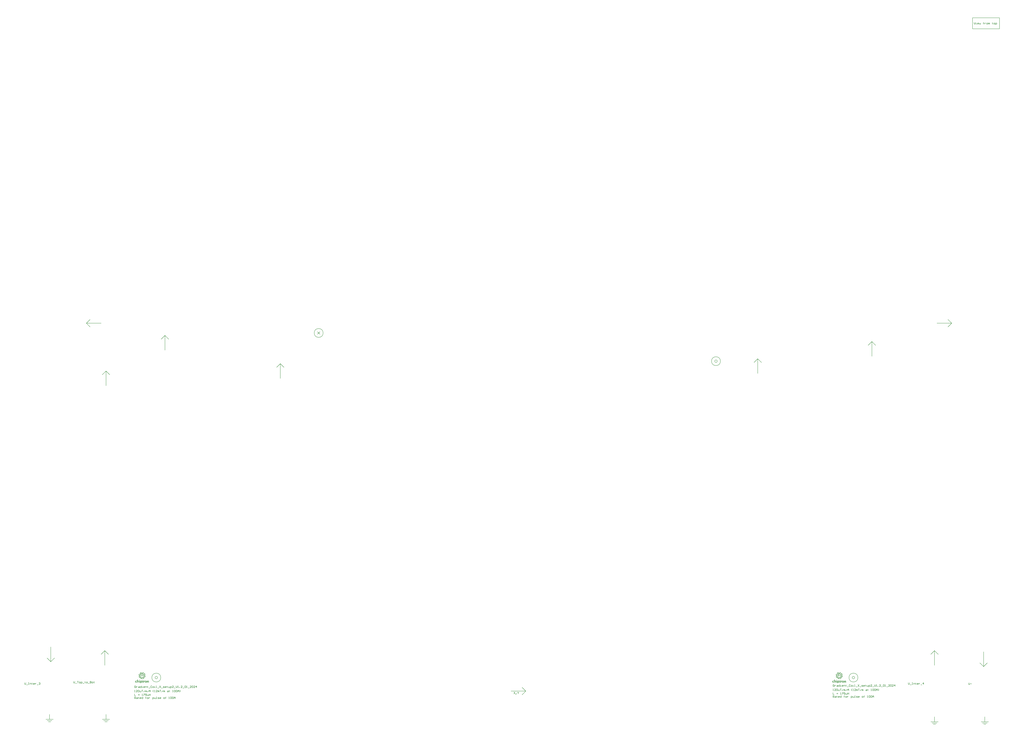
<source format=gbr>
%TF.GenerationSoftware,Altium Limited,Altium Designer,23.9.2 (47)*%
G04 Layer_Color=65535*
%FSLAX45Y45*%
%MOMM*%
%TF.SameCoordinates,45DC480F-FB56-4E7A-9A2C-25C5303F6BDF*%
%TF.FilePolarity,Positive*%
%TF.FileFunction,Legend,Top*%
%TF.Part,Single*%
G01*
G75*
%TA.AperFunction,NonConductor*%
%ADD15C,0.25400*%
G36*
X11748027Y4422040D02*
X11753948D01*
Y4416118D01*
X11765790D01*
Y4410197D01*
X11771711D01*
Y4404276D01*
X11777632D01*
Y4392434D01*
X11783553D01*
Y4380592D01*
X11724342D01*
Y4386513D01*
X11718421D01*
Y4392434D01*
X11712500D01*
Y4398355D01*
X11706579D01*
Y4404276D01*
X11700658D01*
Y4410197D01*
X11694737D01*
Y4427961D01*
X11748027D01*
Y4422040D01*
D02*
G37*
G36*
X11836842Y4333224D02*
X11842763D01*
Y4327303D01*
X11848684D01*
Y4321382D01*
X11860527D01*
Y4309540D01*
X11866448D01*
Y4303619D01*
X11878290D01*
Y4297698D01*
X11884211D01*
Y4291776D01*
X11890132D01*
Y4285855D01*
X11896053D01*
Y4274013D01*
X11901974D01*
Y4220724D01*
X11890132D01*
Y4226645D01*
X11884211D01*
Y4232566D01*
X11878290D01*
Y4238487D01*
X11872369D01*
Y4244408D01*
X11866448D01*
Y4250329D01*
X11860527D01*
Y4256250D01*
X11854605D01*
Y4262171D01*
X11848684D01*
Y4268092D01*
X11842763D01*
Y4274013D01*
X11836842D01*
Y4279934D01*
X11830921D01*
Y4285855D01*
X11825000D01*
Y4291776D01*
X11783553D01*
Y4297698D01*
X11771711D01*
Y4339145D01*
X11836842D01*
Y4333224D01*
D02*
G37*
G36*
X11582237Y4422040D02*
X11588158D01*
Y4416118D01*
X11582237D01*
Y4410197D01*
X11576316D01*
Y4404276D01*
X11570395D01*
Y4398355D01*
X11564474D01*
Y4392434D01*
X11558553D01*
Y4386513D01*
X11552632D01*
Y4380592D01*
X11546711D01*
Y4374671D01*
X11540790D01*
Y4368750D01*
X11534869D01*
Y4362829D01*
X11528948D01*
Y4356908D01*
X11523026D01*
Y4350987D01*
X11517105D01*
Y4345066D01*
X11511184D01*
Y4303619D01*
Y4297698D01*
Y4179276D01*
X11499342D01*
Y4185197D01*
X11493421D01*
Y4191118D01*
X11487500D01*
Y4197040D01*
X11481579D01*
Y4202961D01*
X11475658D01*
Y4208882D01*
X11469737D01*
Y4362829D01*
X11475658D01*
Y4368750D01*
X11481579D01*
Y4374671D01*
X11487500D01*
Y4380592D01*
X11493421D01*
Y4386513D01*
X11499342D01*
Y4392434D01*
X11505264D01*
Y4398355D01*
X11511184D01*
Y4410197D01*
X11523026D01*
Y4416118D01*
X11528948D01*
Y4422040D01*
X11534869D01*
Y4427961D01*
X11582237D01*
Y4422040D01*
D02*
G37*
G36*
X11647369Y4398355D02*
X11653290D01*
Y4392434D01*
X11659211D01*
Y4386513D01*
X11665132D01*
Y4380592D01*
X11671053D01*
Y4374671D01*
X11676974D01*
Y4368750D01*
X11682895D01*
Y4362829D01*
X11688816D01*
Y4356908D01*
X11694737D01*
Y4350987D01*
X11700658D01*
Y4345066D01*
X11706579D01*
Y4339145D01*
X11712500D01*
Y4333224D01*
X11718421D01*
Y4327303D01*
X11724342D01*
Y4321382D01*
X11730263D01*
Y4309540D01*
Y4303619D01*
Y4125987D01*
X11724342D01*
Y4120066D01*
X11718421D01*
Y4114145D01*
X11712500D01*
Y4108224D01*
X11706579D01*
Y4102303D01*
X11700658D01*
Y4096382D01*
X11688816D01*
Y4102303D01*
X11682895D01*
Y4303619D01*
X11676974D01*
Y4309540D01*
X11671053D01*
Y4315461D01*
X11665132D01*
Y4321382D01*
X11659211D01*
Y4327303D01*
X11653290D01*
Y4333224D01*
X11647369D01*
Y4339145D01*
X11629606D01*
Y4333224D01*
X11623684D01*
Y4327303D01*
X11617763D01*
Y4321382D01*
X11611842D01*
Y4315461D01*
X11605921D01*
Y4309540D01*
X11600000D01*
Y4090460D01*
X11588158D01*
Y4096382D01*
X11582237D01*
Y4102303D01*
X11576316D01*
Y4108224D01*
X11570395D01*
Y4114145D01*
X11564474D01*
Y4120066D01*
X11558553D01*
Y4125987D01*
X11552632D01*
Y4321382D01*
X11558553D01*
Y4333224D01*
X11564474D01*
Y4339145D01*
X11570395D01*
Y4345066D01*
X11576316D01*
Y4350987D01*
X11582237D01*
Y4356908D01*
X11594079D01*
Y4368750D01*
X11600000D01*
Y4374671D01*
X11611842D01*
Y4380592D01*
X11617763D01*
Y4392434D01*
X11623684D01*
Y4398355D01*
X11629606D01*
Y4404276D01*
X11647369D01*
Y4398355D01*
D02*
G37*
G36*
X11422369Y4197040D02*
X11428290D01*
Y4191118D01*
X11434211D01*
Y4185197D01*
X11440132D01*
Y4179276D01*
X11446053D01*
Y4173355D01*
X11451974D01*
Y4167434D01*
X11457895D01*
Y4161513D01*
X11463816D01*
Y4155592D01*
X11469737D01*
Y4149671D01*
X11475658D01*
Y4143750D01*
X11481579D01*
Y4137829D01*
X11487500D01*
Y4131908D01*
X11493421D01*
Y4125987D01*
X11499342D01*
Y4120066D01*
X11505264D01*
Y4114145D01*
X11511184D01*
Y4108224D01*
X11517105D01*
Y4102303D01*
X11523026D01*
Y4096382D01*
X11528948D01*
Y4090460D01*
X11534869D01*
Y4078618D01*
X11475658D01*
Y4084539D01*
X11469737D01*
Y4090460D01*
X11463816D01*
Y4096382D01*
X11457895D01*
Y4102303D01*
X11451974D01*
Y4108224D01*
X11446053D01*
Y4114145D01*
X11440132D01*
Y4120066D01*
X11434211D01*
Y4125987D01*
X11428290D01*
Y4131908D01*
X11422369D01*
Y4137829D01*
X11416448D01*
Y4143750D01*
X11410527D01*
Y4149671D01*
X11404606D01*
Y4155592D01*
X11398684D01*
Y4161513D01*
X11392763D01*
Y4167434D01*
X11386842D01*
Y4179276D01*
X11380921D01*
Y4274013D01*
X11386842D01*
Y4279934D01*
X11392763D01*
Y4285855D01*
X11398684D01*
Y4291776D01*
X11404606D01*
Y4297698D01*
X11410527D01*
Y4303619D01*
X11416448D01*
Y4309540D01*
X11422369D01*
Y4197040D01*
D02*
G37*
G36*
X11807237Y4244408D02*
X11813158D01*
Y4238487D01*
X11819079D01*
Y4232566D01*
X11825000D01*
Y4226645D01*
X11830921D01*
Y4220724D01*
X11836842D01*
Y4214803D01*
X11842763D01*
Y4208882D01*
X11848684D01*
Y4202961D01*
X11854605D01*
Y4197040D01*
X11860527D01*
Y4191118D01*
X11866448D01*
Y4185197D01*
X11872369D01*
Y4179276D01*
X11878290D01*
Y4173355D01*
X11884211D01*
Y4167434D01*
X11890132D01*
Y4161513D01*
X11896053D01*
Y4149671D01*
X11901974D01*
Y4054934D01*
X11896053D01*
Y4043092D01*
X11890132D01*
Y4037171D01*
X11884211D01*
Y4031250D01*
X11878290D01*
Y4025329D01*
X11872369D01*
Y4019408D01*
X11860527D01*
Y4131908D01*
X11854605D01*
Y4137829D01*
X11848684D01*
Y4143750D01*
X11842763D01*
Y4149671D01*
X11836842D01*
Y4155592D01*
X11830921D01*
Y4161513D01*
X11825000D01*
Y4167434D01*
X11819079D01*
Y4173355D01*
X11813158D01*
Y4179276D01*
X11807237D01*
Y4185197D01*
X11801316D01*
Y4191118D01*
X11795395D01*
Y4197040D01*
X11789474D01*
Y4202961D01*
X11783553D01*
Y4208882D01*
X11777632D01*
Y4214803D01*
X11771711D01*
Y4250329D01*
X11807237D01*
Y4244408D01*
D02*
G37*
G36*
X11386842Y4108224D02*
X11392763D01*
Y4102303D01*
X11398684D01*
Y4096382D01*
X11404606D01*
Y4090460D01*
X11410527D01*
Y4084539D01*
X11416448D01*
Y4078618D01*
X11422369D01*
Y4072697D01*
X11428290D01*
Y4066776D01*
X11434211D01*
Y4060855D01*
X11440132D01*
Y4054934D01*
X11446053D01*
Y4049013D01*
X11451974D01*
Y4043092D01*
X11457895D01*
Y4037171D01*
X11469737D01*
Y4031250D01*
X11475658D01*
Y4037171D01*
X11493421D01*
Y4031250D01*
X11511184D01*
Y4037171D01*
X11523026D01*
Y4031250D01*
X11534869D01*
Y4037171D01*
X11546711D01*
Y4031250D01*
X11558553D01*
Y4037171D01*
X11564474D01*
Y4031250D01*
X11576316D01*
Y4037171D01*
X11594079D01*
Y4031250D01*
X11611842D01*
Y4037171D01*
X11617763D01*
Y4031250D01*
X11623684D01*
Y4019408D01*
X11617763D01*
Y4013487D01*
X11611842D01*
Y4007566D01*
X11605921D01*
Y4001645D01*
X11600000D01*
Y3995724D01*
X11594079D01*
Y3989803D01*
X11446053D01*
Y3995724D01*
X11440132D01*
Y4001645D01*
X11434211D01*
Y4007566D01*
X11422369D01*
Y4019408D01*
X11416448D01*
Y4025329D01*
X11404606D01*
Y4037171D01*
X11398684D01*
Y4043092D01*
X11386842D01*
Y4054934D01*
X11380921D01*
Y4114145D01*
X11386842D01*
Y4108224D01*
D02*
G37*
G36*
X11783553Y4143750D02*
X11789474D01*
Y4137829D01*
X11795395D01*
Y4131908D01*
X11801316D01*
Y4125987D01*
X11807237D01*
Y4120066D01*
X11813158D01*
Y4108224D01*
X11819079D01*
Y3977961D01*
X11813158D01*
Y3966119D01*
X11807237D01*
Y3954276D01*
X11801316D01*
Y3948355D01*
X11789474D01*
Y3936513D01*
X11777632D01*
Y3930592D01*
X11771711D01*
Y3918750D01*
X11765790D01*
Y3912829D01*
X11759869D01*
Y3906908D01*
X11748027D01*
Y3900987D01*
X11694737D01*
Y3912829D01*
X11700658D01*
Y3918750D01*
X11706579D01*
Y3924671D01*
X11712500D01*
Y3930592D01*
X11718421D01*
Y3936513D01*
X11724342D01*
Y3942434D01*
X11730263D01*
Y3948355D01*
X11736185D01*
Y3954276D01*
X11742106D01*
Y3960197D01*
X11748027D01*
Y3966119D01*
X11753948D01*
Y3972040D01*
X11759869D01*
Y3977961D01*
X11765790D01*
Y3983882D01*
X11771711D01*
Y4149671D01*
X11783553D01*
Y4143750D01*
D02*
G37*
G36*
X11730263Y4001645D02*
X11724342D01*
Y3995724D01*
X11718421D01*
Y3989803D01*
X11712500D01*
Y3983882D01*
X11706579D01*
Y3977961D01*
X11700658D01*
Y3972040D01*
X11694737D01*
Y3966119D01*
X11688816D01*
Y3960197D01*
X11682895D01*
Y3954276D01*
X11676974D01*
Y3948355D01*
X11671053D01*
Y3942434D01*
X11665132D01*
Y3936513D01*
X11659211D01*
Y3930592D01*
X11653290D01*
Y3924671D01*
X11647369D01*
Y3918750D01*
X11641448D01*
Y3912829D01*
X11635527D01*
Y3906908D01*
X11623684D01*
Y3900987D01*
X11534869D01*
Y3906908D01*
X11528948D01*
Y3912829D01*
X11523026D01*
Y3918750D01*
X11511184D01*
Y3930592D01*
X11505264D01*
Y3936513D01*
X11499342D01*
Y3948355D01*
X11611842D01*
Y3954276D01*
X11617763D01*
Y3960197D01*
X11623684D01*
Y3966119D01*
X11629606D01*
Y3972040D01*
X11635527D01*
Y3977961D01*
X11641448D01*
Y3983882D01*
X11647369D01*
Y3989803D01*
X11653290D01*
Y3995724D01*
X11659211D01*
Y4001645D01*
X11665132D01*
Y4007566D01*
X11671053D01*
Y4013487D01*
X11676974D01*
Y4019408D01*
X11682895D01*
Y4025329D01*
X11688816D01*
Y4031250D01*
X11694737D01*
Y4037171D01*
X11700658D01*
Y4043092D01*
X11706579D01*
Y4049013D01*
X11712500D01*
Y4054934D01*
X11718421D01*
Y4060855D01*
X11730263D01*
Y4001645D01*
D02*
G37*
G36*
X11706579Y3812171D02*
X11718421D01*
Y3806250D01*
X11724342D01*
Y3776645D01*
X11718421D01*
Y3770724D01*
X11688816D01*
Y3776645D01*
X11682895D01*
Y3788487D01*
X11676974D01*
Y3800329D01*
X11682895D01*
Y3812171D01*
X11700658D01*
Y3818092D01*
X11706579D01*
Y3812171D01*
D02*
G37*
G36*
X11440132D02*
X11457895D01*
Y3800329D01*
X11463816D01*
Y3788487D01*
X11457895D01*
Y3776645D01*
X11451974D01*
Y3770724D01*
X11422369D01*
Y3776645D01*
X11416448D01*
Y3788487D01*
X11410527D01*
Y3794408D01*
X11416448D01*
Y3806250D01*
X11422369D01*
Y3812171D01*
X11434211D01*
Y3818092D01*
X11440132D01*
Y3812171D01*
D02*
G37*
G36*
X12156579Y3735197D02*
X12168421D01*
Y3729276D01*
X12174342D01*
Y3723355D01*
X12180263D01*
Y3711513D01*
X12186184D01*
Y3699671D01*
X12192106D01*
Y3593092D01*
X12180263D01*
Y3587171D01*
X12156579D01*
Y3593092D01*
X12150658D01*
Y3599013D01*
X12144737D01*
Y3628618D01*
Y3634540D01*
Y3699671D01*
X12138816D01*
Y3705592D01*
X12109211D01*
Y3699671D01*
X12103290D01*
Y3693750D01*
X12097369D01*
Y3599013D01*
X12091448D01*
Y3593092D01*
X12085527D01*
Y3587171D01*
X12061843D01*
Y3593092D01*
X12055921D01*
Y3599013D01*
X12050000D01*
Y3729276D01*
X12055921D01*
Y3735197D01*
X12091448D01*
Y3729276D01*
X12109211D01*
Y3735197D01*
X12121053D01*
Y3741119D01*
X12156579D01*
Y3735197D01*
D02*
G37*
G36*
X11848684D02*
X11854605D01*
Y3729276D01*
X11860527D01*
Y3717434D01*
X11854605D01*
Y3705592D01*
X11848684D01*
Y3699671D01*
X11842763D01*
Y3693750D01*
X11830921D01*
Y3699671D01*
X11819079D01*
Y3693750D01*
X11807237D01*
Y3681908D01*
X11801316D01*
Y3593092D01*
X11795395D01*
Y3587171D01*
X11771711D01*
Y3593092D01*
X11759869D01*
Y3735197D01*
X11801316D01*
Y3729276D01*
X11813158D01*
Y3735197D01*
X11825000D01*
Y3741119D01*
X11848684D01*
Y3735197D01*
D02*
G37*
G36*
X11605921D02*
X11617763D01*
Y3729276D01*
X11629606D01*
Y3723355D01*
X11635527D01*
Y3717434D01*
X11641448D01*
Y3705592D01*
X11647369D01*
Y3693750D01*
X11653290D01*
Y3634540D01*
X11647369D01*
Y3616776D01*
X11641448D01*
Y3610855D01*
X11635527D01*
Y3604934D01*
X11629606D01*
Y3599013D01*
X11617763D01*
Y3593092D01*
X11611842D01*
Y3587171D01*
X11558553D01*
Y3593092D01*
X11552632D01*
Y3599013D01*
X11546711D01*
Y3604934D01*
X11540790D01*
Y3593092D01*
X11534869D01*
Y3545724D01*
X11493421D01*
Y3729276D01*
X11499342D01*
Y3735197D01*
X11534869D01*
Y3729276D01*
X11540790D01*
Y3723355D01*
X11546711D01*
Y3729276D01*
X11552632D01*
Y3735197D01*
X11564474D01*
Y3741119D01*
X11605921D01*
Y3735197D01*
D02*
G37*
G36*
X11185527D02*
X11197369D01*
Y3729276D01*
X11209211D01*
Y3717434D01*
X11215132D01*
Y3693750D01*
X11191448D01*
Y3699671D01*
X11179606D01*
Y3705592D01*
X11155921D01*
Y3699671D01*
X11144079D01*
Y3693750D01*
X11138158D01*
Y3687829D01*
X11132237D01*
Y3675987D01*
X11126316D01*
Y3646382D01*
X11132237D01*
Y3634540D01*
X11138158D01*
Y3628618D01*
X11150000D01*
Y3622697D01*
X11191448D01*
Y3628618D01*
X11197369D01*
Y3634540D01*
X11209211D01*
Y3628618D01*
X11215132D01*
Y3604934D01*
X11209211D01*
Y3599013D01*
X11203290D01*
Y3593092D01*
X11191448D01*
Y3587171D01*
X11138158D01*
Y3593092D01*
X11126316D01*
Y3599013D01*
X11114474D01*
Y3604934D01*
X11108553D01*
Y3610855D01*
X11102632D01*
Y3616776D01*
X11096711D01*
Y3622697D01*
X11090790D01*
Y3634540D01*
X11084869D01*
Y3693750D01*
X11090790D01*
Y3705592D01*
X11096711D01*
Y3711513D01*
X11102632D01*
Y3717434D01*
X11108553D01*
Y3723355D01*
X11114474D01*
Y3729276D01*
X11126316D01*
Y3735197D01*
X11144079D01*
Y3741119D01*
X11185527D01*
Y3735197D01*
D02*
G37*
G36*
X11967106D02*
X11984869D01*
Y3729276D01*
X11990790D01*
Y3723355D01*
X12002632D01*
Y3717434D01*
X12008553D01*
Y3711513D01*
X12014474D01*
Y3699671D01*
X12020395D01*
Y3687829D01*
X12026316D01*
Y3640461D01*
X12020395D01*
Y3622697D01*
X12014474D01*
Y3616776D01*
X12008553D01*
Y3610855D01*
X12002632D01*
Y3604934D01*
X11996711D01*
Y3599013D01*
X11984869D01*
Y3593092D01*
X11973027D01*
Y3587171D01*
X11919737D01*
Y3593092D01*
X11907895D01*
Y3599013D01*
X11896053D01*
Y3604934D01*
X11890132D01*
Y3610855D01*
X11884211D01*
Y3616776D01*
X11878290D01*
Y3622697D01*
X11872369D01*
Y3634540D01*
X11866448D01*
Y3687829D01*
X11872369D01*
Y3699671D01*
X11878290D01*
Y3711513D01*
X11884211D01*
Y3717434D01*
X11890132D01*
Y3723355D01*
X11896053D01*
Y3729276D01*
X11907895D01*
Y3735197D01*
X11925658D01*
Y3741119D01*
X11967106D01*
Y3735197D01*
D02*
G37*
G36*
X11718421Y3729276D02*
X11724342D01*
Y3628618D01*
Y3622697D01*
Y3593092D01*
X11712500D01*
Y3587171D01*
X11694737D01*
Y3593092D01*
X11682895D01*
Y3735197D01*
X11718421D01*
Y3729276D01*
D02*
G37*
G36*
X11457895Y3593092D02*
X11451974D01*
Y3587171D01*
X11428290D01*
Y3593092D01*
X11416448D01*
Y3729276D01*
X11422369D01*
Y3735197D01*
X11457895D01*
Y3593092D01*
D02*
G37*
G36*
X11286184Y3729276D02*
X11298026D01*
Y3735197D01*
X11309869D01*
Y3741119D01*
X11351316D01*
Y3735197D01*
X11363158D01*
Y3729276D01*
X11369079D01*
Y3723355D01*
X11375000D01*
Y3711513D01*
X11380921D01*
Y3593092D01*
X11375000D01*
Y3587171D01*
X11345395D01*
Y3593092D01*
X11339474D01*
Y3693750D01*
X11333553D01*
Y3705592D01*
X11298026D01*
Y3699671D01*
X11292105D01*
Y3687829D01*
X11286184D01*
Y3593092D01*
X11280263D01*
Y3587171D01*
X11250658D01*
Y3593092D01*
X11244737D01*
Y3835855D01*
X11286184D01*
Y3729276D01*
D02*
G37*
G36*
X68548029Y4422040D02*
X68553949D01*
Y4416118D01*
X68565790D01*
Y4410197D01*
X68571710D01*
Y4404276D01*
X68577631D01*
Y4392434D01*
X68583551D01*
Y4380592D01*
X68524341D01*
Y4386513D01*
X68518420D01*
Y4392434D01*
X68512500D01*
Y4398355D01*
X68506580D01*
Y4404276D01*
X68500659D01*
Y4410197D01*
X68494739D01*
Y4427961D01*
X68548029D01*
Y4422040D01*
D02*
G37*
G36*
X68636841Y4333224D02*
X68642761D01*
Y4327303D01*
X68648688D01*
Y4321382D01*
X68660529D01*
Y4309540D01*
X68666449D01*
Y4303619D01*
X68678290D01*
Y4297698D01*
X68684210D01*
Y4291776D01*
X68690131D01*
Y4285855D01*
X68696051D01*
Y4274013D01*
X68701971D01*
Y4220724D01*
X68690131D01*
Y4226645D01*
X68684210D01*
Y4232566D01*
X68678290D01*
Y4238487D01*
X68672369D01*
Y4244408D01*
X68666449D01*
Y4250329D01*
X68660529D01*
Y4256250D01*
X68654608D01*
Y4262171D01*
X68648688D01*
Y4268092D01*
X68642761D01*
Y4274013D01*
X68636841D01*
Y4279934D01*
X68630920D01*
Y4285855D01*
X68625000D01*
Y4291776D01*
X68583551D01*
Y4297698D01*
X68571710D01*
Y4339145D01*
X68636841D01*
Y4333224D01*
D02*
G37*
G36*
X68382239Y4422040D02*
X68388159D01*
Y4416118D01*
X68382239D01*
Y4410197D01*
X68376318D01*
Y4404276D01*
X68370398D01*
Y4398355D01*
X68364471D01*
Y4392434D01*
X68358551D01*
Y4386513D01*
X68352631D01*
Y4380592D01*
X68346710D01*
Y4374671D01*
X68340790D01*
Y4368750D01*
X68334869D01*
Y4362829D01*
X68328949D01*
Y4356908D01*
X68323029D01*
Y4350987D01*
X68317108D01*
Y4345066D01*
X68311188D01*
Y4303619D01*
Y4297698D01*
Y4179276D01*
X68299341D01*
Y4185197D01*
X68293420D01*
Y4191118D01*
X68287500D01*
Y4197040D01*
X68281580D01*
Y4202961D01*
X68275659D01*
Y4208882D01*
X68269739D01*
Y4362829D01*
X68275659D01*
Y4368750D01*
X68281580D01*
Y4374671D01*
X68287500D01*
Y4380592D01*
X68293420D01*
Y4386513D01*
X68299341D01*
Y4392434D01*
X68305261D01*
Y4398355D01*
X68311188D01*
Y4410197D01*
X68323029D01*
Y4416118D01*
X68328949D01*
Y4422040D01*
X68334869D01*
Y4427961D01*
X68382239D01*
Y4422040D01*
D02*
G37*
G36*
X68447369Y4398355D02*
X68453290D01*
Y4392434D01*
X68459210D01*
Y4386513D01*
X68465131D01*
Y4380592D01*
X68471051D01*
Y4374671D01*
X68476971D01*
Y4368750D01*
X68482898D01*
Y4362829D01*
X68488818D01*
Y4356908D01*
X68494739D01*
Y4350987D01*
X68500659D01*
Y4345066D01*
X68506580D01*
Y4339145D01*
X68512500D01*
Y4333224D01*
X68518420D01*
Y4327303D01*
X68524341D01*
Y4321382D01*
X68530261D01*
Y4309540D01*
Y4303619D01*
Y4125987D01*
X68524341D01*
Y4120066D01*
X68518420D01*
Y4114145D01*
X68512500D01*
Y4108224D01*
X68506580D01*
Y4102303D01*
X68500659D01*
Y4096382D01*
X68488818D01*
Y4102303D01*
X68482898D01*
Y4303619D01*
X68476971D01*
Y4309540D01*
X68471051D01*
Y4315461D01*
X68465131D01*
Y4321382D01*
X68459210D01*
Y4327303D01*
X68453290D01*
Y4333224D01*
X68447369D01*
Y4339145D01*
X68429608D01*
Y4333224D01*
X68423688D01*
Y4327303D01*
X68417761D01*
Y4321382D01*
X68411841D01*
Y4315461D01*
X68405920D01*
Y4309540D01*
X68400000D01*
Y4090460D01*
X68388159D01*
Y4096382D01*
X68382239D01*
Y4102303D01*
X68376318D01*
Y4108224D01*
X68370398D01*
Y4114145D01*
X68364471D01*
Y4120066D01*
X68358551D01*
Y4125987D01*
X68352631D01*
Y4321382D01*
X68358551D01*
Y4333224D01*
X68364471D01*
Y4339145D01*
X68370398D01*
Y4345066D01*
X68376318D01*
Y4350987D01*
X68382239D01*
Y4356908D01*
X68394080D01*
Y4368750D01*
X68400000D01*
Y4374671D01*
X68411841D01*
Y4380592D01*
X68417761D01*
Y4392434D01*
X68423688D01*
Y4398355D01*
X68429608D01*
Y4404276D01*
X68447369D01*
Y4398355D01*
D02*
G37*
G36*
X68222369Y4197040D02*
X68228290D01*
Y4191118D01*
X68234210D01*
Y4185197D01*
X68240131D01*
Y4179276D01*
X68246051D01*
Y4173355D01*
X68251971D01*
Y4167434D01*
X68257898D01*
Y4161513D01*
X68263818D01*
Y4155592D01*
X68269739D01*
Y4149671D01*
X68275659D01*
Y4143750D01*
X68281580D01*
Y4137829D01*
X68287500D01*
Y4131908D01*
X68293420D01*
Y4125987D01*
X68299341D01*
Y4120066D01*
X68305261D01*
Y4114145D01*
X68311188D01*
Y4108224D01*
X68317108D01*
Y4102303D01*
X68323029D01*
Y4096382D01*
X68328949D01*
Y4090460D01*
X68334869D01*
Y4078618D01*
X68275659D01*
Y4084539D01*
X68269739D01*
Y4090460D01*
X68263818D01*
Y4096382D01*
X68257898D01*
Y4102303D01*
X68251971D01*
Y4108224D01*
X68246051D01*
Y4114145D01*
X68240131D01*
Y4120066D01*
X68234210D01*
Y4125987D01*
X68228290D01*
Y4131908D01*
X68222369D01*
Y4137829D01*
X68216449D01*
Y4143750D01*
X68210529D01*
Y4149671D01*
X68204608D01*
Y4155592D01*
X68198688D01*
Y4161513D01*
X68192761D01*
Y4167434D01*
X68186841D01*
Y4179276D01*
X68180920D01*
Y4274013D01*
X68186841D01*
Y4279934D01*
X68192761D01*
Y4285855D01*
X68198688D01*
Y4291776D01*
X68204608D01*
Y4297698D01*
X68210529D01*
Y4303619D01*
X68216449D01*
Y4309540D01*
X68222369D01*
Y4197040D01*
D02*
G37*
G36*
X68607239Y4244408D02*
X68613159D01*
Y4238487D01*
X68619080D01*
Y4232566D01*
X68625000D01*
Y4226645D01*
X68630920D01*
Y4220724D01*
X68636841D01*
Y4214803D01*
X68642761D01*
Y4208882D01*
X68648688D01*
Y4202961D01*
X68654608D01*
Y4197040D01*
X68660529D01*
Y4191118D01*
X68666449D01*
Y4185197D01*
X68672369D01*
Y4179276D01*
X68678290D01*
Y4173355D01*
X68684210D01*
Y4167434D01*
X68690131D01*
Y4161513D01*
X68696051D01*
Y4149671D01*
X68701971D01*
Y4054934D01*
X68696051D01*
Y4043092D01*
X68690131D01*
Y4037171D01*
X68684210D01*
Y4031250D01*
X68678290D01*
Y4025329D01*
X68672369D01*
Y4019408D01*
X68660529D01*
Y4131908D01*
X68654608D01*
Y4137829D01*
X68648688D01*
Y4143750D01*
X68642761D01*
Y4149671D01*
X68636841D01*
Y4155592D01*
X68630920D01*
Y4161513D01*
X68625000D01*
Y4167434D01*
X68619080D01*
Y4173355D01*
X68613159D01*
Y4179276D01*
X68607239D01*
Y4185197D01*
X68601318D01*
Y4191118D01*
X68595398D01*
Y4197040D01*
X68589471D01*
Y4202961D01*
X68583551D01*
Y4208882D01*
X68577631D01*
Y4214803D01*
X68571710D01*
Y4250329D01*
X68607239D01*
Y4244408D01*
D02*
G37*
G36*
X68186841Y4108224D02*
X68192761D01*
Y4102303D01*
X68198688D01*
Y4096382D01*
X68204608D01*
Y4090460D01*
X68210529D01*
Y4084539D01*
X68216449D01*
Y4078618D01*
X68222369D01*
Y4072697D01*
X68228290D01*
Y4066776D01*
X68234210D01*
Y4060855D01*
X68240131D01*
Y4054934D01*
X68246051D01*
Y4049013D01*
X68251971D01*
Y4043092D01*
X68257898D01*
Y4037171D01*
X68269739D01*
Y4031250D01*
X68275659D01*
Y4037171D01*
X68293420D01*
Y4031250D01*
X68311188D01*
Y4037171D01*
X68323029D01*
Y4031250D01*
X68334869D01*
Y4037171D01*
X68346710D01*
Y4031250D01*
X68358551D01*
Y4037171D01*
X68364471D01*
Y4031250D01*
X68376318D01*
Y4037171D01*
X68394080D01*
Y4031250D01*
X68411841D01*
Y4037171D01*
X68417761D01*
Y4031250D01*
X68423688D01*
Y4019408D01*
X68417761D01*
Y4013487D01*
X68411841D01*
Y4007566D01*
X68405920D01*
Y4001645D01*
X68400000D01*
Y3995724D01*
X68394080D01*
Y3989803D01*
X68246051D01*
Y3995724D01*
X68240131D01*
Y4001645D01*
X68234210D01*
Y4007566D01*
X68222369D01*
Y4019408D01*
X68216449D01*
Y4025329D01*
X68204608D01*
Y4037171D01*
X68198688D01*
Y4043092D01*
X68186841D01*
Y4054934D01*
X68180920D01*
Y4114145D01*
X68186841D01*
Y4108224D01*
D02*
G37*
G36*
X68583551Y4143750D02*
X68589471D01*
Y4137829D01*
X68595398D01*
Y4131908D01*
X68601318D01*
Y4125987D01*
X68607239D01*
Y4120066D01*
X68613159D01*
Y4108224D01*
X68619080D01*
Y3977961D01*
X68613159D01*
Y3966119D01*
X68607239D01*
Y3954276D01*
X68601318D01*
Y3948355D01*
X68589471D01*
Y3936513D01*
X68577631D01*
Y3930592D01*
X68571710D01*
Y3918750D01*
X68565790D01*
Y3912829D01*
X68559869D01*
Y3906908D01*
X68548029D01*
Y3900987D01*
X68494739D01*
Y3912829D01*
X68500659D01*
Y3918750D01*
X68506580D01*
Y3924671D01*
X68512500D01*
Y3930592D01*
X68518420D01*
Y3936513D01*
X68524341D01*
Y3942434D01*
X68530261D01*
Y3948355D01*
X68536188D01*
Y3954276D01*
X68542108D01*
Y3960197D01*
X68548029D01*
Y3966119D01*
X68553949D01*
Y3972040D01*
X68559869D01*
Y3977961D01*
X68565790D01*
Y3983882D01*
X68571710D01*
Y4149671D01*
X68583551D01*
Y4143750D01*
D02*
G37*
G36*
X68530261Y4001645D02*
X68524341D01*
Y3995724D01*
X68518420D01*
Y3989803D01*
X68512500D01*
Y3983882D01*
X68506580D01*
Y3977961D01*
X68500659D01*
Y3972040D01*
X68494739D01*
Y3966119D01*
X68488818D01*
Y3960197D01*
X68482898D01*
Y3954276D01*
X68476971D01*
Y3948355D01*
X68471051D01*
Y3942434D01*
X68465131D01*
Y3936513D01*
X68459210D01*
Y3930592D01*
X68453290D01*
Y3924671D01*
X68447369D01*
Y3918750D01*
X68441449D01*
Y3912829D01*
X68435529D01*
Y3906908D01*
X68423688D01*
Y3900987D01*
X68334869D01*
Y3906908D01*
X68328949D01*
Y3912829D01*
X68323029D01*
Y3918750D01*
X68311188D01*
Y3930592D01*
X68305261D01*
Y3936513D01*
X68299341D01*
Y3948355D01*
X68411841D01*
Y3954276D01*
X68417761D01*
Y3960197D01*
X68423688D01*
Y3966119D01*
X68429608D01*
Y3972040D01*
X68435529D01*
Y3977961D01*
X68441449D01*
Y3983882D01*
X68447369D01*
Y3989803D01*
X68453290D01*
Y3995724D01*
X68459210D01*
Y4001645D01*
X68465131D01*
Y4007566D01*
X68471051D01*
Y4013487D01*
X68476971D01*
Y4019408D01*
X68482898D01*
Y4025329D01*
X68488818D01*
Y4031250D01*
X68494739D01*
Y4037171D01*
X68500659D01*
Y4043092D01*
X68506580D01*
Y4049013D01*
X68512500D01*
Y4054934D01*
X68518420D01*
Y4060855D01*
X68530261D01*
Y4001645D01*
D02*
G37*
G36*
X68506580Y3812171D02*
X68518420D01*
Y3806250D01*
X68524341D01*
Y3776645D01*
X68518420D01*
Y3770724D01*
X68488818D01*
Y3776645D01*
X68482898D01*
Y3788487D01*
X68476971D01*
Y3800329D01*
X68482898D01*
Y3812171D01*
X68500659D01*
Y3818092D01*
X68506580D01*
Y3812171D01*
D02*
G37*
G36*
X68240131D02*
X68257898D01*
Y3800329D01*
X68263818D01*
Y3788487D01*
X68257898D01*
Y3776645D01*
X68251971D01*
Y3770724D01*
X68222369D01*
Y3776645D01*
X68216449D01*
Y3788487D01*
X68210529D01*
Y3794408D01*
X68216449D01*
Y3806250D01*
X68222369D01*
Y3812171D01*
X68234210D01*
Y3818092D01*
X68240131D01*
Y3812171D01*
D02*
G37*
G36*
X68956580Y3735197D02*
X68968420D01*
Y3729276D01*
X68974341D01*
Y3723355D01*
X68980261D01*
Y3711513D01*
X68986188D01*
Y3699671D01*
X68992108D01*
Y3593092D01*
X68980261D01*
Y3587171D01*
X68956580D01*
Y3593092D01*
X68950659D01*
Y3599013D01*
X68944739D01*
Y3628618D01*
Y3634540D01*
Y3699671D01*
X68938818D01*
Y3705592D01*
X68909210D01*
Y3699671D01*
X68903290D01*
Y3693750D01*
X68897369D01*
Y3599013D01*
X68891449D01*
Y3593092D01*
X68885529D01*
Y3587171D01*
X68861841D01*
Y3593092D01*
X68855920D01*
Y3599013D01*
X68850000D01*
Y3729276D01*
X68855920D01*
Y3735197D01*
X68891449D01*
Y3729276D01*
X68909210D01*
Y3735197D01*
X68921051D01*
Y3741119D01*
X68956580D01*
Y3735197D01*
D02*
G37*
G36*
X68648688D02*
X68654608D01*
Y3729276D01*
X68660529D01*
Y3717434D01*
X68654608D01*
Y3705592D01*
X68648688D01*
Y3699671D01*
X68642761D01*
Y3693750D01*
X68630920D01*
Y3699671D01*
X68619080D01*
Y3693750D01*
X68607239D01*
Y3681908D01*
X68601318D01*
Y3593092D01*
X68595398D01*
Y3587171D01*
X68571710D01*
Y3593092D01*
X68559869D01*
Y3735197D01*
X68601318D01*
Y3729276D01*
X68613159D01*
Y3735197D01*
X68625000D01*
Y3741119D01*
X68648688D01*
Y3735197D01*
D02*
G37*
G36*
X68405920D02*
X68417761D01*
Y3729276D01*
X68429608D01*
Y3723355D01*
X68435529D01*
Y3717434D01*
X68441449D01*
Y3705592D01*
X68447369D01*
Y3693750D01*
X68453290D01*
Y3634540D01*
X68447369D01*
Y3616776D01*
X68441449D01*
Y3610855D01*
X68435529D01*
Y3604934D01*
X68429608D01*
Y3599013D01*
X68417761D01*
Y3593092D01*
X68411841D01*
Y3587171D01*
X68358551D01*
Y3593092D01*
X68352631D01*
Y3599013D01*
X68346710D01*
Y3604934D01*
X68340790D01*
Y3593092D01*
X68334869D01*
Y3545724D01*
X68293420D01*
Y3729276D01*
X68299341D01*
Y3735197D01*
X68334869D01*
Y3729276D01*
X68340790D01*
Y3723355D01*
X68346710D01*
Y3729276D01*
X68352631D01*
Y3735197D01*
X68364471D01*
Y3741119D01*
X68405920D01*
Y3735197D01*
D02*
G37*
G36*
X67985529D02*
X67997369D01*
Y3729276D01*
X68009210D01*
Y3717434D01*
X68015131D01*
Y3693750D01*
X67991449D01*
Y3699671D01*
X67979608D01*
Y3705592D01*
X67955920D01*
Y3699671D01*
X67944080D01*
Y3693750D01*
X67938159D01*
Y3687829D01*
X67932239D01*
Y3675987D01*
X67926318D01*
Y3646382D01*
X67932239D01*
Y3634540D01*
X67938159D01*
Y3628618D01*
X67950000D01*
Y3622697D01*
X67991449D01*
Y3628618D01*
X67997369D01*
Y3634540D01*
X68009210D01*
Y3628618D01*
X68015131D01*
Y3604934D01*
X68009210D01*
Y3599013D01*
X68003290D01*
Y3593092D01*
X67991449D01*
Y3587171D01*
X67938159D01*
Y3593092D01*
X67926318D01*
Y3599013D01*
X67914471D01*
Y3604934D01*
X67908551D01*
Y3610855D01*
X67902631D01*
Y3616776D01*
X67896710D01*
Y3622697D01*
X67890790D01*
Y3634540D01*
X67884869D01*
Y3693750D01*
X67890790D01*
Y3705592D01*
X67896710D01*
Y3711513D01*
X67902631D01*
Y3717434D01*
X67908551D01*
Y3723355D01*
X67914471D01*
Y3729276D01*
X67926318D01*
Y3735197D01*
X67944080D01*
Y3741119D01*
X67985529D01*
Y3735197D01*
D02*
G37*
G36*
X68767108D02*
X68784869D01*
Y3729276D01*
X68790790D01*
Y3723355D01*
X68802631D01*
Y3717434D01*
X68808551D01*
Y3711513D01*
X68814471D01*
Y3699671D01*
X68820398D01*
Y3687829D01*
X68826318D01*
Y3640461D01*
X68820398D01*
Y3622697D01*
X68814471D01*
Y3616776D01*
X68808551D01*
Y3610855D01*
X68802631D01*
Y3604934D01*
X68796710D01*
Y3599013D01*
X68784869D01*
Y3593092D01*
X68773029D01*
Y3587171D01*
X68719739D01*
Y3593092D01*
X68707898D01*
Y3599013D01*
X68696051D01*
Y3604934D01*
X68690131D01*
Y3610855D01*
X68684210D01*
Y3616776D01*
X68678290D01*
Y3622697D01*
X68672369D01*
Y3634540D01*
X68666449D01*
Y3687829D01*
X68672369D01*
Y3699671D01*
X68678290D01*
Y3711513D01*
X68684210D01*
Y3717434D01*
X68690131D01*
Y3723355D01*
X68696051D01*
Y3729276D01*
X68707898D01*
Y3735197D01*
X68725659D01*
Y3741119D01*
X68767108D01*
Y3735197D01*
D02*
G37*
G36*
X68518420Y3729276D02*
X68524341D01*
Y3628618D01*
Y3622697D01*
Y3593092D01*
X68512500D01*
Y3587171D01*
X68494739D01*
Y3593092D01*
X68482898D01*
Y3735197D01*
X68518420D01*
Y3729276D01*
D02*
G37*
G36*
X68257898Y3593092D02*
X68251971D01*
Y3587171D01*
X68228290D01*
Y3593092D01*
X68216449D01*
Y3729276D01*
X68222369D01*
Y3735197D01*
X68257898D01*
Y3593092D01*
D02*
G37*
G36*
X68086188Y3729276D02*
X68098029D01*
Y3735197D01*
X68109869D01*
Y3741119D01*
X68151318D01*
Y3735197D01*
X68163159D01*
Y3729276D01*
X68169080D01*
Y3723355D01*
X68175000D01*
Y3711513D01*
X68180920D01*
Y3593092D01*
X68175000D01*
Y3587171D01*
X68145398D01*
Y3593092D01*
X68139471D01*
Y3693750D01*
X68133551D01*
Y3705592D01*
X68098029D01*
Y3699671D01*
X68092108D01*
Y3687829D01*
X68086188D01*
Y3593092D01*
X68080261D01*
Y3587171D01*
X68050659D01*
Y3593092D01*
X68044739D01*
Y3835855D01*
X68086188D01*
Y3729276D01*
D02*
G37*
%LPC*%
G36*
X11594079Y3699671D02*
X11552632D01*
Y3693750D01*
X11546711D01*
Y3687829D01*
X11540790D01*
Y3670066D01*
X11534869D01*
Y3652303D01*
X11540790D01*
Y3640461D01*
X11546711D01*
Y3634540D01*
X11552632D01*
Y3628618D01*
X11558553D01*
Y3622697D01*
X11588158D01*
Y3628618D01*
X11600000D01*
Y3634540D01*
Y3640461D01*
X11605921D01*
Y3646382D01*
X11611842D01*
Y3675987D01*
X11605921D01*
Y3687829D01*
X11600000D01*
Y3693750D01*
X11594079D01*
Y3699671D01*
D02*
G37*
G36*
X11949342Y3705592D02*
X11937500D01*
Y3699671D01*
X11925658D01*
Y3693750D01*
X11919737D01*
Y3687829D01*
X11913816D01*
Y3681908D01*
X11907895D01*
Y3646382D01*
X11913816D01*
Y3634540D01*
X11919737D01*
Y3628618D01*
X11931579D01*
Y3622697D01*
X11961185D01*
Y3628618D01*
X11967106D01*
Y3634540D01*
X11973027D01*
Y3640461D01*
X11978948D01*
Y3652303D01*
X11984869D01*
Y3670066D01*
X11978948D01*
Y3687829D01*
X11973027D01*
Y3693750D01*
X11967106D01*
Y3699671D01*
X11949342D01*
Y3705592D01*
D02*
G37*
G36*
X68394080Y3699671D02*
X68352631D01*
Y3693750D01*
X68346710D01*
Y3687829D01*
X68340790D01*
Y3670066D01*
X68334869D01*
Y3652303D01*
X68340790D01*
Y3640461D01*
X68346710D01*
Y3634540D01*
X68352631D01*
Y3628618D01*
X68358551D01*
Y3622697D01*
X68388159D01*
Y3628618D01*
X68400000D01*
Y3634540D01*
Y3640461D01*
X68405920D01*
Y3646382D01*
X68411841D01*
Y3675987D01*
X68405920D01*
Y3687829D01*
X68400000D01*
Y3693750D01*
X68394080D01*
Y3699671D01*
D02*
G37*
G36*
X68749341Y3705592D02*
X68737500D01*
Y3699671D01*
X68725659D01*
Y3693750D01*
X68719739D01*
Y3687829D01*
X68713818D01*
Y3681908D01*
X68707898D01*
Y3646382D01*
X68713818D01*
Y3634540D01*
X68719739D01*
Y3628618D01*
X68731580D01*
Y3622697D01*
X68761188D01*
Y3628618D01*
X68767108D01*
Y3634540D01*
X68773029D01*
Y3640461D01*
X68778949D01*
Y3652303D01*
X68784869D01*
Y3670066D01*
X68778949D01*
Y3687829D01*
X68773029D01*
Y3693750D01*
X68767108D01*
Y3699671D01*
X68749341D01*
Y3705592D01*
D02*
G37*
%LPD*%
D15*
X26389713Y32100000D02*
G03*
X26389713Y32100000I-360555J0D01*
G01*
X58760553Y29800000D02*
G03*
X58760553Y29800000I-360555J0D01*
G01*
X58500000D02*
G03*
X58500000Y29800000I-100000J0D01*
G01*
X69700000Y4000000D02*
G03*
X69700000Y4000000I-100000J0D01*
G01*
X69960553D02*
G03*
X69960553Y4000000I-360555J0D01*
G01*
X13160555D02*
G03*
X13160555Y4000000I-360555J0D01*
G01*
X12900000D02*
G03*
X12900000Y4000000I-100000J0D01*
G01*
X25929156Y32000000D02*
X26129156Y32200000D01*
X25929156D02*
X26129156Y32000000D01*
X8700000Y29000000D02*
X9000000Y28700000D01*
X8400000D02*
X8700000Y29000000D01*
Y27800000D02*
Y29000000D01*
X7100000Y32900000D02*
X7400000Y33200000D01*
X7100000Y32900000D02*
X7400000Y32600000D01*
X7100000Y32900000D02*
X8300000D01*
X77300000Y32600000D02*
X77600000Y32900000D01*
X77300000Y33200000D02*
X77600000Y32900000D01*
X76400000D02*
X77600000D01*
X42600000Y2600000D02*
X42900000Y2900000D01*
X42600000Y3200000D02*
X42900000Y2900000D01*
X41700000D02*
X42900000D01*
X79900000Y5200000D02*
X80200000Y4900000D01*
X80500000Y5200000D01*
X80200000Y4900000D02*
Y6100000D01*
X22900000Y28400000D02*
Y29600000D01*
X22600000Y29300000D02*
X22900000Y29600000D01*
X23200000Y29300000D01*
X13500000Y30700000D02*
Y31900000D01*
X13200000Y31600000D02*
X13500000Y31900000D01*
X13800000Y31600000D01*
X4200000Y5300000D02*
Y6500000D01*
Y5300000D02*
X4500000Y5600000D01*
X3900000D02*
X4200000Y5300000D01*
X8600000Y5000000D02*
Y6200000D01*
X8300000Y5900000D02*
X8600000Y6200000D01*
X8900000Y5900000D01*
X61800000Y28800000D02*
Y30000000D01*
X61500000Y29700000D02*
X61800000Y30000000D01*
X62100000Y29700000D01*
X71100000Y30200000D02*
Y31400000D01*
X70800000Y31100000D02*
X71100000Y31400000D01*
X71400000Y31100000D01*
X76200000Y6200000D02*
X76500000Y5900000D01*
X75900000D02*
X76200000Y6200000D01*
Y5000000D02*
Y6200000D01*
X79300000Y57800000D02*
X81500000D01*
X79300000Y56900000D02*
Y57800000D01*
Y56900000D02*
X81500000D01*
Y57800000D01*
X80300000Y400000D02*
Y800000D01*
Y400000D02*
X80600000D01*
X80000000D02*
X80600000D01*
X80100000Y300000D02*
X80200000D01*
X80100000D02*
X80500000D01*
X80200000Y200000D02*
X80400000D01*
X76100000D02*
X76300000D01*
X76000000Y300000D02*
X76400000D01*
X76000000D02*
X76100000D01*
X75900000Y400000D02*
X76500000D01*
X76200000D02*
X76500000D01*
X76200000D02*
Y800000D01*
X4100000Y600000D02*
Y1000000D01*
Y600000D02*
X4400000D01*
X3800000D02*
X4400000D01*
X3900000Y500000D02*
X4000000D01*
X3900000D02*
X4300000D01*
X4000000Y400000D02*
X4200000D01*
X8600000D02*
X8800000D01*
X8500000Y500000D02*
X8900000D01*
X8500000D02*
X8600000D01*
X8400000Y600000D02*
X9000000D01*
X8700000D02*
X9000000D01*
X8700000D02*
Y1000000D01*
X68026965Y3403143D02*
X68001575Y3428534D01*
X67950793D01*
X67925403Y3403143D01*
Y3301576D01*
X67950793Y3276184D01*
X68001575D01*
X68026965Y3301576D01*
Y3352359D01*
X67976184D01*
X68077753Y3377751D02*
Y3276184D01*
Y3326967D01*
X68103143Y3352359D01*
X68128534Y3377751D01*
X68153925D01*
X68255493D02*
X68306274D01*
X68331671Y3352359D01*
Y3276184D01*
X68255493D01*
X68230103Y3301576D01*
X68255493Y3326967D01*
X68331671D01*
X68484021Y3428534D02*
Y3276184D01*
X68407843D01*
X68382452Y3301576D01*
Y3352359D01*
X68407843Y3377751D01*
X68484021D01*
X68534802Y3276184D02*
X68585583D01*
X68560193D01*
Y3377751D01*
X68534802D01*
X68737939Y3276184D02*
X68687152D01*
X68661761Y3301576D01*
Y3352359D01*
X68687152Y3377751D01*
X68737939D01*
X68763330Y3352359D01*
Y3326967D01*
X68661761D01*
X68814111Y3276184D02*
Y3377751D01*
X68890289D01*
X68915680Y3352359D01*
Y3276184D01*
X68991858Y3403143D02*
Y3377751D01*
X68966461D01*
X69017249D01*
X68991858D01*
Y3301576D01*
X69017249Y3276184D01*
X69093420Y3250792D02*
X69194989D01*
X69347339Y3403143D02*
X69321948Y3428534D01*
X69271167D01*
X69245770Y3403143D01*
Y3301576D01*
X69271167Y3276184D01*
X69321948D01*
X69347339Y3301576D01*
X69423517Y3276184D02*
X69474298D01*
X69499689Y3301576D01*
Y3352359D01*
X69474298Y3377751D01*
X69423517D01*
X69398126Y3352359D01*
Y3301576D01*
X69423517Y3276184D01*
X69550476D02*
X69601257D01*
X69575867D01*
Y3377751D01*
X69550476D01*
X69677435Y3276184D02*
X69728217D01*
X69702826D01*
Y3428534D01*
X69677435D01*
X69804395Y3250792D02*
X69905957D01*
X69956744Y3428534D02*
X70058313Y3276184D01*
Y3428534D02*
X69956744Y3276184D01*
X70109094Y3250792D02*
X70210663D01*
X70261444Y3276184D02*
X70337622D01*
X70363013Y3301576D01*
X70337622Y3326967D01*
X70286835D01*
X70261444Y3352359D01*
X70286835Y3377751D01*
X70363013D01*
X70489972Y3276184D02*
X70439185D01*
X70413794Y3301576D01*
Y3352359D01*
X70439185Y3377751D01*
X70489972D01*
X70515363Y3352359D01*
Y3326967D01*
X70413794D01*
X70591541Y3403143D02*
Y3377751D01*
X70566144D01*
X70616931D01*
X70591541D01*
Y3301576D01*
X70616931Y3276184D01*
X70693103Y3377751D02*
Y3301576D01*
X70718494Y3276184D01*
X70794672D01*
Y3377751D01*
X70845453Y3225400D02*
Y3377751D01*
X70921631D01*
X70947021Y3352359D01*
Y3301576D01*
X70921631Y3276184D01*
X70845453D01*
X71099371D02*
X70997809D01*
X71099371Y3377751D01*
Y3403143D01*
X71073981Y3428534D01*
X71023199D01*
X70997809Y3403143D01*
X71150159Y3250792D02*
X71251721D01*
X71302509Y3428534D02*
Y3326967D01*
X71353290Y3276184D01*
X71404077Y3326967D01*
Y3428534D01*
X71454858Y3276184D02*
X71505640D01*
X71480249D01*
Y3428534D01*
X71454858Y3403143D01*
X71581818Y3276184D02*
Y3301576D01*
X71607208D01*
Y3276184D01*
X71581818D01*
X71810345D02*
X71708777D01*
X71810345Y3377751D01*
Y3403143D01*
X71784949Y3428534D01*
X71734167D01*
X71708777Y3403143D01*
X71861127Y3250792D02*
X71962695D01*
X72013477Y3403143D02*
X72038867Y3428534D01*
X72089655D01*
X72115045Y3403143D01*
Y3301576D01*
X72089655Y3276184D01*
X72038867D01*
X72013477Y3301576D01*
Y3403143D01*
X72165826Y3276184D02*
X72216614D01*
X72191217D01*
Y3428534D01*
X72165826Y3403143D01*
X72292786Y3250792D02*
X72394354D01*
X72546704Y3276184D02*
X72445135D01*
X72546704Y3377751D01*
Y3403143D01*
X72521313Y3428534D01*
X72470526D01*
X72445135Y3403143D01*
X72597485D02*
X72622882Y3428534D01*
X72673663D01*
X72699054Y3403143D01*
Y3301576D01*
X72673663Y3276184D01*
X72622882D01*
X72597485Y3301576D01*
Y3403143D01*
X72851404Y3276184D02*
X72749841D01*
X72851404Y3377751D01*
Y3403143D01*
X72826013Y3428534D01*
X72775232D01*
X72749841Y3403143D01*
X72978363Y3276184D02*
Y3428534D01*
X72902191Y3352359D01*
X73003760D01*
X11126967Y3303142D02*
X11101575Y3328534D01*
X11050792D01*
X11025400Y3303142D01*
Y3201576D01*
X11050792Y3176184D01*
X11101575D01*
X11126967Y3201576D01*
Y3252359D01*
X11076184D01*
X11177751Y3277751D02*
Y3176184D01*
Y3226967D01*
X11203143Y3252359D01*
X11228534Y3277751D01*
X11253926D01*
X11355493D02*
X11406277D01*
X11431669Y3252359D01*
Y3176184D01*
X11355493D01*
X11330102Y3201576D01*
X11355493Y3226967D01*
X11431669D01*
X11584020Y3328534D02*
Y3176184D01*
X11507844D01*
X11482452Y3201576D01*
Y3252359D01*
X11507844Y3277751D01*
X11584020D01*
X11634803Y3176184D02*
X11685586D01*
X11660195D01*
Y3277751D01*
X11634803D01*
X11837937Y3176184D02*
X11787154D01*
X11761762Y3201576D01*
Y3252359D01*
X11787154Y3277751D01*
X11837937D01*
X11863329Y3252359D01*
Y3226967D01*
X11761762D01*
X11914113Y3176184D02*
Y3277751D01*
X11990288D01*
X12015680Y3252359D01*
Y3176184D01*
X12091855Y3303142D02*
Y3277751D01*
X12066463D01*
X12117247D01*
X12091855D01*
Y3201576D01*
X12117247Y3176184D01*
X12193422Y3150792D02*
X12294989D01*
X12447340Y3303142D02*
X12421948Y3328534D01*
X12371165D01*
X12345773Y3303142D01*
Y3201576D01*
X12371165Y3176184D01*
X12421948D01*
X12447340Y3201576D01*
X12523515Y3176184D02*
X12574299D01*
X12599691Y3201576D01*
Y3252359D01*
X12574299Y3277751D01*
X12523515D01*
X12498124Y3252359D01*
Y3201576D01*
X12523515Y3176184D01*
X12650474D02*
X12701258D01*
X12675866D01*
Y3277751D01*
X12650474D01*
X12777433Y3176184D02*
X12828217D01*
X12802824D01*
Y3328534D01*
X12777433D01*
X12904391Y3150792D02*
X13005959D01*
X13056743Y3328534D02*
X13158310Y3176184D01*
Y3328534D02*
X13056743Y3176184D01*
X13209093Y3150792D02*
X13310661D01*
X13361444Y3176184D02*
X13437621D01*
X13463011Y3201576D01*
X13437621Y3226967D01*
X13386836D01*
X13361444Y3252359D01*
X13386836Y3277751D01*
X13463011D01*
X13589970Y3176184D02*
X13539188D01*
X13513795Y3201576D01*
Y3252359D01*
X13539188Y3277751D01*
X13589970D01*
X13615363Y3252359D01*
Y3226967D01*
X13513795D01*
X13691537Y3303142D02*
Y3277751D01*
X13666145D01*
X13716930D01*
X13691537D01*
Y3201576D01*
X13716930Y3176184D01*
X13793105Y3277751D02*
Y3201576D01*
X13818497Y3176184D01*
X13894672D01*
Y3277751D01*
X13945454Y3125400D02*
Y3277751D01*
X14021631D01*
X14047021Y3252359D01*
Y3201576D01*
X14021631Y3176184D01*
X13945454D01*
X14199373D02*
X14097806D01*
X14199373Y3277751D01*
Y3303142D01*
X14173981Y3328534D01*
X14123198D01*
X14097806Y3303142D01*
X14250157Y3150792D02*
X14351724D01*
X14402507Y3328534D02*
Y3226967D01*
X14453291Y3176184D01*
X14504076Y3226967D01*
Y3328534D01*
X14554858Y3176184D02*
X14605643D01*
X14580251D01*
Y3328534D01*
X14554858Y3303142D01*
X14681818Y3176184D02*
Y3201576D01*
X14707208D01*
Y3176184D01*
X14681818D01*
X14910342D02*
X14808775D01*
X14910342Y3277751D01*
Y3303142D01*
X14884950Y3328534D01*
X14834167D01*
X14808775Y3303142D01*
X14961127Y3150792D02*
X15062694D01*
X15113477Y3303142D02*
X15138869Y3328534D01*
X15189653D01*
X15215044Y3303142D01*
Y3201576D01*
X15189653Y3176184D01*
X15138869D01*
X15113477Y3201576D01*
Y3303142D01*
X15265828Y3176184D02*
X15316611D01*
X15291220D01*
Y3328534D01*
X15265828Y3303142D01*
X15392787Y3150792D02*
X15494354D01*
X15646706Y3176184D02*
X15545139D01*
X15646706Y3277751D01*
Y3303142D01*
X15621313Y3328534D01*
X15570529D01*
X15545139Y3303142D01*
X15697488D02*
X15722881Y3328534D01*
X15773663D01*
X15799055Y3303142D01*
Y3201576D01*
X15773663Y3176184D01*
X15722881D01*
X15697488Y3201576D01*
Y3303142D01*
X15951405Y3176184D02*
X15849838D01*
X15951405Y3277751D01*
Y3303142D01*
X15926015Y3328534D01*
X15875230D01*
X15849838Y3303142D01*
X16078365Y3176184D02*
Y3328534D01*
X16002190Y3252359D01*
X16103757D01*
X67925403Y2777751D02*
Y2625400D01*
X68026965D01*
X68230103Y2676184D02*
X68331671D01*
X68230103Y2726967D02*
X68331671D01*
X68534802Y2625400D02*
X68585583D01*
X68560193D01*
Y2777751D01*
X68534802Y2752359D01*
X68661761Y2777751D02*
X68763330D01*
Y2752359D01*
X68661761Y2650792D01*
Y2625400D01*
X68915680Y2777751D02*
X68814111D01*
Y2701575D01*
X68864899Y2726967D01*
X68890289D01*
X68915680Y2701575D01*
Y2650792D01*
X68890289Y2625400D01*
X68839502D01*
X68814111Y2650792D01*
X68966461Y2726967D02*
Y2650792D01*
X68991858Y2625400D01*
X69068030D01*
Y2726967D01*
X69118811Y2777751D02*
Y2625400D01*
Y2701575D01*
X69220380D01*
Y2777751D01*
Y2625400D01*
X67925403Y2925400D02*
X67976184D01*
X67950793D01*
Y3077751D01*
X67925403Y3052359D01*
X68153925Y2925400D02*
X68052356D01*
X68153925Y3026967D01*
Y3052359D01*
X68128534Y3077751D01*
X68077753D01*
X68052356Y3052359D01*
X68204712D02*
X68230103Y3077751D01*
X68280884D01*
X68306274Y3052359D01*
Y2950792D01*
X68280884Y2925400D01*
X68230103D01*
X68204712Y2950792D01*
Y3052359D01*
X68357062Y3026967D02*
Y2950792D01*
X68382452Y2925400D01*
X68458630D01*
Y3026967D01*
X68509412Y3077751D02*
X68610980D01*
X68560193D01*
Y2925400D01*
X68661761D02*
X68763330Y3026967D01*
X68814111Y2925400D02*
Y3026967D01*
X68839502D01*
X68864899Y3001575D01*
Y2925400D01*
Y3001575D01*
X68890289Y3026967D01*
X68915680Y3001575D01*
Y2925400D01*
X68966461D02*
X69068030Y3026967D01*
X69118811Y2925400D02*
Y3026967D01*
X69169598Y3077751D01*
X69220380Y3026967D01*
Y2925400D01*
Y3001575D01*
X69118811D01*
X69474298Y2925400D02*
X69423517Y2976184D01*
Y3026967D01*
X69474298Y3077751D01*
X69550476Y2925400D02*
X69601257D01*
X69575867D01*
Y3077751D01*
X69550476Y3052359D01*
X69778998Y2925400D02*
X69677435D01*
X69778998Y3026967D01*
Y3052359D01*
X69753607Y3077751D01*
X69702826D01*
X69677435Y3052359D01*
X69829785Y2925400D02*
Y3026967D01*
X69855176D01*
X69880566Y3001575D01*
Y2925400D01*
Y3001575D01*
X69905957Y3026967D01*
X69931354Y3001575D01*
Y2925400D01*
X69982135Y3077751D02*
X70083704D01*
X70032916D01*
Y2925400D01*
X70134485D02*
X70236053Y3026967D01*
X70286835Y2925400D02*
Y3026967D01*
X70312225D01*
X70337622Y3001575D01*
Y2925400D01*
Y3001575D01*
X70363013Y3026967D01*
X70388403Y3001575D01*
Y2925400D01*
X70616931Y3026967D02*
X70667712D01*
X70693103Y3001575D01*
Y2925400D01*
X70616931D01*
X70591541Y2950792D01*
X70616931Y2976184D01*
X70693103D01*
X70769281Y3052359D02*
Y3026967D01*
X70743890D01*
X70794672D01*
X70769281D01*
Y2950792D01*
X70794672Y2925400D01*
X71023199D02*
X71073981D01*
X71048590D01*
Y3077751D01*
X71023199Y3052359D01*
X71150159D02*
X71175549Y3077751D01*
X71226331D01*
X71251721Y3052359D01*
Y2950792D01*
X71226331Y2925400D01*
X71175549D01*
X71150159Y2950792D01*
Y3052359D01*
X71302509D02*
X71327899Y3077751D01*
X71378680D01*
X71404077Y3052359D01*
Y2950792D01*
X71378680Y2925400D01*
X71327899D01*
X71302509Y2950792D01*
Y3052359D01*
X71454858Y2925400D02*
Y3026967D01*
X71505640Y3077751D01*
X71556427Y3026967D01*
Y2925400D01*
Y3001575D01*
X71454858D01*
X71607208Y2925400D02*
X71657990Y2976184D01*
Y3026967D01*
X71607208Y3077751D01*
X67925403Y2376183D02*
Y2528534D01*
X68001575D01*
X68026965Y2503142D01*
Y2452359D01*
X68001575Y2426967D01*
X67925403D01*
X67976184D02*
X68026965Y2376183D01*
X68103143Y2477751D02*
X68153925D01*
X68179315Y2452359D01*
Y2376183D01*
X68103143D01*
X68077753Y2401575D01*
X68103143Y2426967D01*
X68179315D01*
X68255493Y2503142D02*
Y2477751D01*
X68230103D01*
X68280884D01*
X68255493D01*
Y2401575D01*
X68280884Y2376183D01*
X68433234D02*
X68382452D01*
X68357062Y2401575D01*
Y2452359D01*
X68382452Y2477751D01*
X68433234D01*
X68458630Y2452359D01*
Y2426967D01*
X68357062D01*
X68610980Y2528534D02*
Y2376183D01*
X68534802D01*
X68509412Y2401575D01*
Y2452359D01*
X68534802Y2477751D01*
X68610980D01*
X68839502Y2376183D02*
Y2503142D01*
Y2452359D01*
X68814111D01*
X68864899D01*
X68839502D01*
Y2503142D01*
X68864899Y2528534D01*
X68966461Y2376183D02*
X69017249D01*
X69042639Y2401575D01*
Y2452359D01*
X69017249Y2477751D01*
X68966461D01*
X68941071Y2452359D01*
Y2401575D01*
X68966461Y2376183D01*
X69093420Y2477751D02*
Y2376183D01*
Y2426967D01*
X69118811Y2452359D01*
X69144208Y2477751D01*
X69169598D01*
X69398126Y2325400D02*
Y2477751D01*
X69474298D01*
X69499689Y2452359D01*
Y2401575D01*
X69474298Y2376183D01*
X69398126D01*
X69550476Y2477751D02*
Y2401575D01*
X69575867Y2376183D01*
X69652045D01*
Y2477751D01*
X69702826Y2376183D02*
X69753607D01*
X69728217D01*
Y2528534D01*
X69702826D01*
X69829785Y2376183D02*
X69905957D01*
X69931354Y2401575D01*
X69905957Y2426967D01*
X69855176D01*
X69829785Y2452359D01*
X69855176Y2477751D01*
X69931354D01*
X70058313Y2376183D02*
X70007526D01*
X69982135Y2401575D01*
Y2452359D01*
X70007526Y2477751D01*
X70058313D01*
X70083704Y2452359D01*
Y2426967D01*
X69982135D01*
X70312225Y2376183D02*
X70363013D01*
X70388403Y2401575D01*
Y2452359D01*
X70363013Y2477751D01*
X70312225D01*
X70286835Y2452359D01*
Y2401575D01*
X70312225Y2376183D01*
X70464581D02*
Y2503142D01*
Y2452359D01*
X70439185D01*
X70489972D01*
X70464581D01*
Y2503142D01*
X70489972Y2528534D01*
X70718494Y2376183D02*
X70769281D01*
X70743890D01*
Y2528534D01*
X70718494Y2503142D01*
X70845453D02*
X70870850Y2528534D01*
X70921631D01*
X70947021Y2503142D01*
Y2401575D01*
X70921631Y2376183D01*
X70870850D01*
X70845453Y2401575D01*
Y2503142D01*
X70997809D02*
X71023199Y2528534D01*
X71073981D01*
X71099371Y2503142D01*
Y2401575D01*
X71073981Y2376183D01*
X71023199D01*
X70997809Y2401575D01*
Y2503142D01*
X71150159Y2376183D02*
Y2477751D01*
X71200940Y2528534D01*
X71251721Y2477751D01*
Y2376183D01*
Y2452359D01*
X71150159D01*
X11025400Y2276183D02*
Y2428534D01*
X11101575D01*
X11126967Y2403142D01*
Y2352359D01*
X11101575Y2326967D01*
X11025400D01*
X11076184D02*
X11126967Y2276183D01*
X11203143Y2377751D02*
X11253926D01*
X11279318Y2352359D01*
Y2276183D01*
X11203143D01*
X11177751Y2301575D01*
X11203143Y2326967D01*
X11279318D01*
X11355493Y2403142D02*
Y2377751D01*
X11330102D01*
X11380885D01*
X11355493D01*
Y2301575D01*
X11380885Y2276183D01*
X11533236D02*
X11482452D01*
X11457060Y2301575D01*
Y2352359D01*
X11482452Y2377751D01*
X11533236D01*
X11558628Y2352359D01*
Y2326967D01*
X11457060D01*
X11710978Y2428534D02*
Y2276183D01*
X11634803D01*
X11609411Y2301575D01*
Y2352359D01*
X11634803Y2377751D01*
X11710978D01*
X11939504Y2276183D02*
Y2403142D01*
Y2352359D01*
X11914113D01*
X11964896D01*
X11939504D01*
Y2403142D01*
X11964896Y2428534D01*
X12066463Y2276183D02*
X12117247D01*
X12142639Y2301575D01*
Y2352359D01*
X12117247Y2377751D01*
X12066463D01*
X12041071Y2352359D01*
Y2301575D01*
X12066463Y2276183D01*
X12193422Y2377751D02*
Y2276183D01*
Y2326967D01*
X12218814Y2352359D01*
X12244206Y2377751D01*
X12269598D01*
X12498124Y2225400D02*
Y2377751D01*
X12574299D01*
X12599691Y2352359D01*
Y2301575D01*
X12574299Y2276183D01*
X12498124D01*
X12650474Y2377751D02*
Y2301575D01*
X12675866Y2276183D01*
X12752042D01*
Y2377751D01*
X12802824Y2276183D02*
X12853609D01*
X12828217D01*
Y2428534D01*
X12802824D01*
X12929784Y2276183D02*
X13005959D01*
X13031351Y2301575D01*
X13005959Y2326967D01*
X12955176D01*
X12929784Y2352359D01*
X12955176Y2377751D01*
X13031351D01*
X13158310Y2276183D02*
X13107526D01*
X13082135Y2301575D01*
Y2352359D01*
X13107526Y2377751D01*
X13158310D01*
X13183702Y2352359D01*
Y2326967D01*
X13082135D01*
X13412228Y2276183D02*
X13463011D01*
X13488403Y2301575D01*
Y2352359D01*
X13463011Y2377751D01*
X13412228D01*
X13386836Y2352359D01*
Y2301575D01*
X13412228Y2276183D01*
X13564578D02*
Y2403142D01*
Y2352359D01*
X13539188D01*
X13589970D01*
X13564578D01*
Y2403142D01*
X13589970Y2428534D01*
X13818497Y2276183D02*
X13869279D01*
X13843887D01*
Y2428534D01*
X13818497Y2403142D01*
X13945454D02*
X13970847Y2428534D01*
X14021631D01*
X14047021Y2403142D01*
Y2301575D01*
X14021631Y2276183D01*
X13970847D01*
X13945454Y2301575D01*
Y2403142D01*
X14097806D02*
X14123198Y2428534D01*
X14173981D01*
X14199373Y2403142D01*
Y2301575D01*
X14173981Y2276183D01*
X14123198D01*
X14097806Y2301575D01*
Y2403142D01*
X14250157Y2276183D02*
Y2377751D01*
X14300940Y2428534D01*
X14351724Y2377751D01*
Y2276183D01*
Y2352359D01*
X14250157D01*
X41925400Y2828534D02*
X42026968Y2676183D01*
Y2828534D02*
X41925400Y2676183D01*
X42103143Y2650791D02*
X42128534Y2676183D01*
Y2701575D01*
X42103143D01*
Y2676183D01*
X42128534D01*
X42103143Y2650791D01*
X42077750Y2625400D01*
X42230099Y2828534D02*
Y2803142D01*
X42280884Y2752359D01*
X42331668Y2803142D01*
Y2828534D01*
X42280884Y2752359D02*
Y2676183D01*
X2065205Y3588871D02*
Y3487304D01*
X2115989Y3436521D01*
X2166773Y3487304D01*
Y3588871D01*
X2217556Y3411129D02*
X2319123D01*
X2369907Y3588871D02*
X2420690D01*
X2395299D01*
Y3436521D01*
X2369907D01*
X2420690D01*
X2496866D02*
Y3538088D01*
X2573041D01*
X2598433Y3512696D01*
Y3436521D01*
X2674608Y3563480D02*
Y3538088D01*
X2649216D01*
X2700000D01*
X2674608D01*
Y3461913D01*
X2700000Y3436521D01*
X2852351D02*
X2801567D01*
X2776175Y3461913D01*
Y3512696D01*
X2801567Y3538088D01*
X2852351D01*
X2877743Y3512696D01*
Y3487304D01*
X2776175D01*
X2928526Y3538088D02*
Y3436521D01*
Y3487304D01*
X2953918Y3512696D01*
X2979310Y3538088D01*
X3004701D01*
X3080877Y3411129D02*
X3182444D01*
X3233227Y3563480D02*
X3258619Y3588871D01*
X3309403D01*
X3334795Y3563480D01*
Y3538088D01*
X3309403Y3512696D01*
X3284011D01*
X3309403D01*
X3334795Y3487304D01*
Y3461913D01*
X3309403Y3436521D01*
X3258619D01*
X3233227Y3461913D01*
X6049375Y3701567D02*
Y3600000D01*
X6100159Y3549216D01*
X6150942Y3600000D01*
Y3701567D01*
X6201726Y3523825D02*
X6303293D01*
X6354077Y3701567D02*
X6455644D01*
X6404860D01*
Y3549216D01*
X6531819D02*
X6582603D01*
X6607995Y3574608D01*
Y3625392D01*
X6582603Y3650784D01*
X6531819D01*
X6506427Y3625392D01*
Y3574608D01*
X6531819Y3549216D01*
X6658778Y3498433D02*
Y3650784D01*
X6734954D01*
X6760345Y3625392D01*
Y3574608D01*
X6734954Y3549216D01*
X6658778D01*
X6811129Y3523825D02*
X6912696D01*
X6988871Y3676175D02*
Y3650784D01*
X6963480D01*
X7014263D01*
X6988871D01*
Y3574608D01*
X7014263Y3549216D01*
X7115830D02*
X7166614D01*
X7192006Y3574608D01*
Y3625392D01*
X7166614Y3650784D01*
X7115830D01*
X7090438Y3625392D01*
Y3574608D01*
X7115830Y3549216D01*
X7242789Y3523825D02*
X7344356D01*
X7395140Y3701567D02*
Y3549216D01*
X7471315D01*
X7496707Y3574608D01*
Y3600000D01*
X7471315Y3625392D01*
X7395140D01*
X7471315D01*
X7496707Y3650784D01*
Y3676175D01*
X7471315Y3701567D01*
X7395140D01*
X7572882Y3549216D02*
X7623666D01*
X7649058Y3574608D01*
Y3625392D01*
X7623666Y3650784D01*
X7572882D01*
X7547491Y3625392D01*
Y3574608D01*
X7572882Y3549216D01*
X7725233Y3676175D02*
Y3650784D01*
X7699841D01*
X7750625D01*
X7725233D01*
Y3574608D01*
X7750625Y3549216D01*
X78973041Y3576175D02*
Y3474608D01*
X79023822Y3423825D01*
X79074609Y3474608D01*
Y3576175D01*
X79125391Y3500000D02*
X79226959D01*
X74065204Y3588871D02*
Y3487304D01*
X74115991Y3436521D01*
X74166772Y3487304D01*
Y3588871D01*
X74217554Y3411129D02*
X74319122D01*
X74369910Y3588871D02*
X74420691D01*
X74395300D01*
Y3436521D01*
X74369910D01*
X74420691D01*
X74496869D02*
Y3538088D01*
X74573041D01*
X74598431Y3512696D01*
Y3436521D01*
X74674609Y3563480D02*
Y3538088D01*
X74649219D01*
X74700000D01*
X74674609D01*
Y3461913D01*
X74700000Y3436521D01*
X74852350D02*
X74801569D01*
X74776178Y3461913D01*
Y3512696D01*
X74801569Y3538088D01*
X74852350D01*
X74877740Y3512696D01*
Y3487304D01*
X74776178D01*
X74928528Y3538088D02*
Y3436521D01*
Y3487304D01*
X74953918Y3512696D01*
X74979309Y3538088D01*
X75004700D01*
X75080878Y3411129D02*
X75182446D01*
X75309406Y3436521D02*
Y3588871D01*
X75233228Y3512696D01*
X75334796D01*
X79425403Y57428534D02*
Y57326965D01*
X79476184Y57276184D01*
X79526965Y57326965D01*
Y57428534D01*
X79577753Y57276184D02*
X79628534D01*
X79603143D01*
Y57377753D01*
X79577753D01*
X79780884Y57276184D02*
X79730103D01*
X79704712Y57301575D01*
Y57352356D01*
X79730103Y57377753D01*
X79780884D01*
X79806274Y57352356D01*
Y57326965D01*
X79704712D01*
X79857062Y57377753D02*
Y57301575D01*
X79882452Y57276184D01*
X79907843Y57301575D01*
X79933234Y57276184D01*
X79958624Y57301575D01*
Y57377753D01*
X80187152Y57276184D02*
Y57403143D01*
Y57352356D01*
X80161761D01*
X80212543D01*
X80187152D01*
Y57403143D01*
X80212543Y57428534D01*
X80288721Y57377753D02*
Y57276184D01*
Y57326965D01*
X80314111Y57352356D01*
X80339502Y57377753D01*
X80364899D01*
X80466461Y57276184D02*
X80517249D01*
X80542639Y57301575D01*
Y57352356D01*
X80517249Y57377753D01*
X80466461D01*
X80441071Y57352356D01*
Y57301575D01*
X80466461Y57276184D01*
X80593420D02*
Y57377753D01*
X80618811D01*
X80644208Y57352356D01*
Y57276184D01*
Y57352356D01*
X80669598Y57377753D01*
X80694989Y57352356D01*
Y57276184D01*
X80923517Y57403143D02*
Y57377753D01*
X80898120D01*
X80948907D01*
X80923517D01*
Y57301575D01*
X80948907Y57276184D01*
X81050476D02*
X81101257D01*
X81126648Y57301575D01*
Y57352356D01*
X81101257Y57377753D01*
X81050476D01*
X81025079Y57352356D01*
Y57301575D01*
X81050476Y57276184D01*
X81177435Y57225403D02*
Y57377753D01*
X81253607D01*
X81278998Y57352356D01*
Y57301575D01*
X81253607Y57276184D01*
X81177435D01*
X11025400Y2825400D02*
X11076184D01*
X11050792D01*
Y2977751D01*
X11025400Y2952359D01*
X11253926Y2825400D02*
X11152359D01*
X11253926Y2926967D01*
Y2952359D01*
X11228534Y2977751D01*
X11177751D01*
X11152359Y2952359D01*
X11304710D02*
X11330102Y2977751D01*
X11380885D01*
X11406277Y2952359D01*
Y2850792D01*
X11380885Y2825400D01*
X11330102D01*
X11304710Y2850792D01*
Y2952359D01*
X11457060Y2926967D02*
Y2850792D01*
X11482452Y2825400D01*
X11558628D01*
Y2926967D01*
X11609411Y2977751D02*
X11710978D01*
X11660195D01*
Y2825400D01*
X11761762D02*
X11863329Y2926967D01*
X11914113Y2825400D02*
Y2926967D01*
X11939504D01*
X11964896Y2901575D01*
Y2825400D01*
Y2901575D01*
X11990288Y2926967D01*
X12015680Y2901575D01*
Y2825400D01*
X12066463D02*
X12168031Y2926967D01*
X12218814Y2825400D02*
Y2926967D01*
X12269598Y2977751D01*
X12320381Y2926967D01*
Y2825400D01*
Y2901575D01*
X12218814D01*
X12574299Y2825400D02*
X12523515Y2876183D01*
Y2926967D01*
X12574299Y2977751D01*
X12650474Y2825400D02*
X12701258D01*
X12675866D01*
Y2977751D01*
X12650474Y2952359D01*
X12878999Y2825400D02*
X12777433D01*
X12878999Y2926967D01*
Y2952359D01*
X12853609Y2977751D01*
X12802824D01*
X12777433Y2952359D01*
X12929784Y2825400D02*
Y2926967D01*
X12955176D01*
X12980566Y2901575D01*
Y2825400D01*
Y2901575D01*
X13005959Y2926967D01*
X13031351Y2901575D01*
Y2825400D01*
X13082135Y2977751D02*
X13183702D01*
X13132918D01*
Y2825400D01*
X13234485D02*
X13336053Y2926967D01*
X13386836Y2825400D02*
Y2926967D01*
X13412228D01*
X13437621Y2901575D01*
Y2825400D01*
Y2901575D01*
X13463011Y2926967D01*
X13488403Y2901575D01*
Y2825400D01*
X13716930Y2926967D02*
X13767712D01*
X13793105Y2901575D01*
Y2825400D01*
X13716930D01*
X13691537Y2850792D01*
X13716930Y2876183D01*
X13793105D01*
X13869279Y2952359D02*
Y2926967D01*
X13843887D01*
X13894672D01*
X13869279D01*
Y2850792D01*
X13894672Y2825400D01*
X14123198D02*
X14173981D01*
X14148590D01*
Y2977751D01*
X14123198Y2952359D01*
X14250157D02*
X14275549Y2977751D01*
X14326332D01*
X14351724Y2952359D01*
Y2850792D01*
X14326332Y2825400D01*
X14275549D01*
X14250157Y2850792D01*
Y2952359D01*
X14402507D02*
X14427899Y2977751D01*
X14478683D01*
X14504076Y2952359D01*
Y2850792D01*
X14478683Y2825400D01*
X14427899D01*
X14402507Y2850792D01*
Y2952359D01*
X14554858Y2825400D02*
Y2926967D01*
X14605643Y2977751D01*
X14656425Y2926967D01*
Y2825400D01*
Y2901575D01*
X14554858D01*
X14707208Y2825400D02*
X14757993Y2876183D01*
Y2926967D01*
X14707208Y2977751D01*
X11025400Y2677751D02*
Y2525400D01*
X11126967D01*
X11330102Y2576184D02*
X11431669D01*
X11330102Y2626967D02*
X11431669D01*
X11634803Y2525400D02*
X11685586D01*
X11660195D01*
Y2677751D01*
X11634803Y2652359D01*
X11761762Y2677751D02*
X11863329D01*
Y2652359D01*
X11761762Y2550792D01*
Y2525400D01*
X12015680Y2677751D02*
X11914113D01*
Y2601575D01*
X11964896Y2626967D01*
X11990288D01*
X12015680Y2601575D01*
Y2550792D01*
X11990288Y2525400D01*
X11939504D01*
X11914113Y2550792D01*
X12066463Y2626967D02*
Y2550792D01*
X12091855Y2525400D01*
X12168031D01*
Y2626967D01*
X12218814Y2677751D02*
Y2525400D01*
Y2601575D01*
X12320381D01*
Y2677751D01*
Y2525400D01*
%TF.MD5,d10c4679a7a28b4c9cad8edfc8c82f8d*%
M02*

</source>
